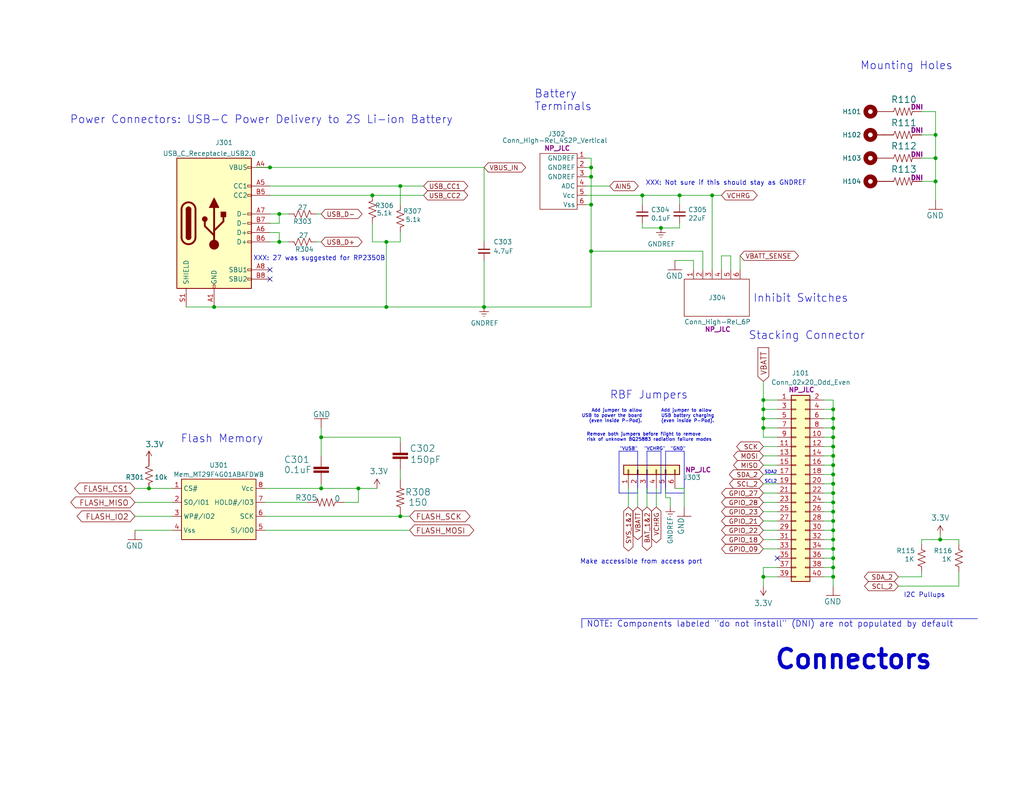
<source format=kicad_sch>
(kicad_sch (version 20231120) (generator "eeschema") (generator_version "8.0")
  (paper "USLetter")
  (title_block (title "Obi Wan Computer") (date "2024-06-07") (rev "1") (company "Ruchir Kavulli, Michael Lyle") (comment 1 "Derived from PyCubed Mainboard v5"))
  (lib_symbols
    (symbol "3.3V_1" (power) (pin_names (offset 1.016))
      (property "Value" "3.3V" (at -1.016 3.556 0))
      (symbol "3.3V_1_1_0"
        (polyline (pts (xy 0 2.54) (xy -0.762 1.27)))
        (polyline (pts (xy 0.762 1.27) (xy 0 2.54)))
        (pin power_in line (at 0 0 90) (length 2.54) (name "3.3V") (number "1"))
      )
    )
    (symbol "Connector:USB_C_Receptacle_USB2.0" (pin_names (offset 1.016))
      (property "Reference" "J" (at -10.16 19.05 0))
      (property "Value" "Connector_USB_C_Receptacle_USB2.0" (at 19.05 19.05 0))
      (symbol "USB_C_Receptacle_USB2.0_0_0"
        (rectangle (start -0.254 -17.78) (end 0.254 -16.764))
        (rectangle (start 10.16 -14.986) (end 9.144 -15.494))
        (rectangle (start 10.16 -12.446) (end 9.144 -12.954))
        (rectangle (start 10.16 -4.826) (end 9.144 -5.334))
        (rectangle (start 10.16 -2.286) (end 9.144 -2.794))
        (rectangle (start 10.16 0.254) (end 9.144 -0.254))
        (rectangle (start 10.16 2.794) (end 9.144 2.286))
        (rectangle (start 10.16 7.874) (end 9.144 7.366))
        (rectangle (start 10.16 10.414) (end 9.144 9.906))
        (rectangle (start 10.16 15.494) (end 9.144 14.986))
      )
      (symbol "USB_C_Receptacle_USB2.0_0_1"
        (rectangle (start -10.16 17.78) (end 10.16 -17.78) (stroke (width 0.254)) (fill (type background)))
        (arc (start -8.89 -3.81) (mid -6.985 -5.7067) (end -5.08 -3.81) (stroke (width 0.508)))
        (arc (start -7.62 -3.81) (mid -6.985 -4.4423) (end -6.35 -3.81) (stroke (width 0.254)))
        (arc (start -7.62 -3.81) (mid -6.985 -4.4423) (end -6.35 -3.81) (stroke (width 0.254)) (fill (type outline)))
        (rectangle (start -7.62 -3.81) (end -6.35 3.81) (stroke (width 0.254)) (fill (type outline)))
        (arc (start -6.35 3.81) (mid -6.985 4.4423) (end -7.62 3.81) (stroke (width 0.254)))
        (arc (start -6.35 3.81) (mid -6.985 4.4423) (end -7.62 3.81) (stroke (width 0.254)) (fill (type outline)))
        (arc (start -5.08 3.81) (mid -6.985 5.7067) (end -8.89 3.81) (stroke (width 0.508)))
        (circle (center -2.54 1.143) (radius 0.635) (stroke (width 0.254)) (fill (type outline)))
        (circle (center 0 -5.842) (radius 1.27) (fill (type outline)))
        (polyline (pts (xy -8.89 -3.81) (xy -8.89 3.81)) (stroke (width 0.508)))
        (polyline (pts (xy -5.08 3.81) (xy -5.08 -3.81)) (stroke (width 0.508)))
        (polyline (pts (xy 0 -5.842) (xy 0 4.318)) (stroke (width 0.508)))
        (polyline (pts (xy 0 -3.302) (xy -2.54 -0.762) (xy -2.54 0.508)) (stroke (width 0.508)))
        (polyline (pts (xy 0 -2.032) (xy 2.54 0.508) (xy 2.54 1.778)) (stroke (width 0.508)))
        (polyline (pts (xy -1.27 4.318) (xy 0 6.858) (xy 1.27 4.318) (xy -1.27 4.318)) (stroke (width 0.254)) (fill (type outline)))
        (rectangle (start 1.905 1.778) (end 3.175 3.048) (stroke (width 0.254)) (fill (type outline)))
      )
      (symbol "USB_C_Receptacle_USB2.0_1_1"
        (pin power_in line (at 0 -22.86 90) (length 5.08) (name "GND") (number "A1"))
        (pin passive line (at 0 -22.86 90) (length 5.08) hide (name "GND") (number "A12"))
        (pin power_in line (at 15.24 15.24 180) (length 5.08) (name "VBUS") (number "A4"))
        (pin bidirectional line (at 15.24 10.16 180) (length 5.08) (name "CC1") (number "A5"))
        (pin bidirectional line (at 15.24 -2.54 180) (length 5.08) (name "D+") (number "A6"))
        (pin bidirectional line (at 15.24 2.54 180) (length 5.08) (name "D-") (number "A7"))
        (pin bidirectional line (at 15.24 -12.7 180) (length 5.08) (name "SBU1") (number "A8"))
        (pin passive line (at 15.24 15.24 180) (length 5.08) hide (name "VBUS") (number "A9"))
        (pin passive line (at 0 -22.86 90) (length 5.08) hide (name "GND") (number "B1"))
        (pin passive line (at 0 -22.86 90) (length 5.08) hide (name "GND") (number "B12"))
        (pin passive line (at 15.24 15.24 180) (length 5.08) hide (name "VBUS") (number "B4"))
        (pin bidirectional line (at 15.24 7.62 180) (length 5.08) (name "CC2") (number "B5"))
        (pin bidirectional line (at 15.24 -5.08 180) (length 5.08) (name "D+") (number "B6"))
        (pin bidirectional line (at 15.24 0 180) (length 5.08) (name "D-") (number "B7"))
        (pin bidirectional line (at 15.24 -15.24 180) (length 5.08) (name "SBU2") (number "B8"))
        (pin passive line (at 15.24 15.24 180) (length 5.08) hide (name "VBUS") (number "B9"))
        (pin passive line (at -7.62 -22.86 90) (length 5.08) (name "SHIELD") (number "S1"))
      )
    )
    (symbol "Connector_Generic:Conn_01x06" (pin_names (offset 1.016) hide)
      (property "Reference" "J" (at 0 7.62 0))
      (property "Value" "Conn_01x06" (at 0 -10.16 0))
      (symbol "Conn_01x06_1_1"
        (rectangle (start -1.27 -7.493) (end 0 -7.747) (stroke (width 0.1524)))
        (rectangle (start -1.27 -4.953) (end 0 -5.207) (stroke (width 0.1524)))
        (rectangle (start -1.27 -2.413) (end 0 -2.667) (stroke (width 0.1524)))
        (rectangle (start -1.27 0.127) (end 0 -0.127) (stroke (width 0.1524)))
        (rectangle (start -1.27 2.667) (end 0 2.413) (stroke (width 0.1524)))
        (rectangle (start -1.27 5.207) (end 0 4.953) (stroke (width 0.1524)))
        (rectangle (start -1.27 6.35) (end 1.27 -8.89) (stroke (width 0.254)) (fill (type background)))
        (pin passive line (at -5.08 5.08 0) (length 3.81) (name "Pin_1") (number "1"))
        (pin passive line (at -5.08 2.54 0) (length 3.81) (name "Pin_2") (number "2"))
        (pin passive line (at -5.08 0 0) (length 3.81) (name "Pin_3") (number "3"))
        (pin passive line (at -5.08 -2.54 0) (length 3.81) (name "Pin_4") (number "4"))
        (pin passive line (at -5.08 -5.08 0) (length 3.81) (name "Pin_5") (number "5"))
        (pin passive line (at -5.08 -7.62 0) (length 3.81) (name "Pin_6") (number "6"))
      )
    )
    (symbol "Connector_Generic:Conn_02x20_Odd_Even" (pin_names (offset 1.016) hide)
      (property "Reference" "J" (at 1.27 25.4 0))
      (property "Value" "Conn_02x20_Odd_Even" (at 1.27 -27.94 0))
      (symbol "Conn_02x20_Odd_Even_1_1"
        (rectangle (start -1.27 -25.273) (end 0 -25.527) (stroke (width 0.1524)))
        (rectangle (start -1.27 -22.733) (end 0 -22.987) (stroke (width 0.1524)))
        (rectangle (start -1.27 -20.193) (end 0 -20.447) (stroke (width 0.1524)))
        (rectangle (start -1.27 -17.653) (end 0 -17.907) (stroke (width 0.1524)))
        (rectangle (start -1.27 -15.113) (end 0 -15.367) (stroke (width 0.1524)))
        (rectangle (start -1.27 -12.573) (end 0 -12.827) (stroke (width 0.1524)))
        (rectangle (start -1.27 -10.033) (end 0 -10.287) (stroke (width 0.1524)))
        (rectangle (start -1.27 -7.493) (end 0 -7.747) (stroke (width 0.1524)))
        (rectangle (start -1.27 -4.953) (end 0 -5.207) (stroke (width 0.1524)))
        (rectangle (start -1.27 -2.413) (end 0 -2.667) (stroke (width 0.1524)))
        (rectangle (start -1.27 0.127) (end 0 -0.127) (stroke (width 0.1524)))
        (rectangle (start -1.27 2.667) (end 0 2.413) (stroke (width 0.1524)))
        (rectangle (start -1.27 5.207) (end 0 4.953) (stroke (width 0.1524)))
        (rectangle (start -1.27 7.747) (end 0 7.493) (stroke (width 0.1524)))
        (rectangle (start -1.27 10.287) (end 0 10.033) (stroke (width 0.1524)))
        (rectangle (start -1.27 12.827) (end 0 12.573) (stroke (width 0.1524)))
        (rectangle (start -1.27 15.367) (end 0 15.113) (stroke (width 0.1524)))
        (rectangle (start -1.27 17.907) (end 0 17.653) (stroke (width 0.1524)))
        (rectangle (start -1.27 20.447) (end 0 20.193) (stroke (width 0.1524)))
        (rectangle (start -1.27 22.987) (end 0 22.733) (stroke (width 0.1524)))
        (rectangle (start -1.27 24.13) (end 3.81 -26.67) (stroke (width 0.254)) (fill (type background)))
        (rectangle (start 3.81 -25.273) (end 2.54 -25.527) (stroke (width 0.1524)))
        (rectangle (start 3.81 -22.733) (end 2.54 -22.987) (stroke (width 0.1524)))
        (rectangle (start 3.81 -20.193) (end 2.54 -20.447) (stroke (width 0.1524)))
        (rectangle (start 3.81 -17.653) (end 2.54 -17.907) (stroke (width 0.1524)))
        (rectangle (start 3.81 -15.113) (end 2.54 -15.367) (stroke (width 0.1524)))
        (rectangle (start 3.81 -12.573) (end 2.54 -12.827) (stroke (width 0.1524)))
        (rectangle (start 3.81 -10.033) (end 2.54 -10.287) (stroke (width 0.1524)))
        (rectangle (start 3.81 -7.493) (end 2.54 -7.747) (stroke (width 0.1524)))
        (rectangle (start 3.81 -4.953) (end 2.54 -5.207) (stroke (width 0.1524)))
        (rectangle (start 3.81 -2.413) (end 2.54 -2.667) (stroke (width 0.1524)))
        (rectangle (start 3.81 0.127) (end 2.54 -0.127) (stroke (width 0.1524)))
        (rectangle (start 3.81 2.667) (end 2.54 2.413) (stroke (width 0.1524)))
        (rectangle (start 3.81 5.207) (end 2.54 4.953) (stroke (width 0.1524)))
        (rectangle (start 3.81 7.747) (end 2.54 7.493) (stroke (width 0.1524)))
        (rectangle (start 3.81 10.287) (end 2.54 10.033) (stroke (width 0.1524)))
        (rectangle (start 3.81 12.827) (end 2.54 12.573) (stroke (width 0.1524)))
        (rectangle (start 3.81 15.367) (end 2.54 15.113) (stroke (width 0.1524)))
        (rectangle (start 3.81 17.907) (end 2.54 17.653) (stroke (width 0.1524)))
        (rectangle (start 3.81 20.447) (end 2.54 20.193) (stroke (width 0.1524)))
        (rectangle (start 3.81 22.987) (end 2.54 22.733) (stroke (width 0.1524)))
        (pin passive line (at -5.08 22.86 0) (length 3.81) (name "Pin_1") (number "1"))
        (pin passive line (at 7.62 12.7 180) (length 3.81) (name "Pin_10") (number "10"))
        (pin passive line (at -5.08 10.16 0) (length 3.81) (name "Pin_11") (number "11"))
        (pin passive line (at 7.62 10.16 180) (length 3.81) (name "Pin_12") (number "12"))
        (pin passive line (at -5.08 7.62 0) (length 3.81) (name "Pin_13") (number "13"))
        (pin passive line (at 7.62 7.62 180) (length 3.81) (name "Pin_14") (number "14"))
        (pin passive line (at -5.08 5.08 0) (length 3.81) (name "Pin_15") (number "15"))
        (pin passive line (at 7.62 5.08 180) (length 3.81) (name "Pin_16") (number "16"))
        (pin passive line (at -5.08 2.54 0) (length 3.81) (name "Pin_17") (number "17"))
        (pin passive line (at 7.62 2.54 180) (length 3.81) (name "Pin_18") (number "18"))
        (pin passive line (at -5.08 0 0) (length 3.81) (name "Pin_19") (number "19"))
        (pin passive line (at 7.62 22.86 180) (length 3.81) (name "Pin_2") (number "2"))
        (pin passive line (at 7.62 0 180) (length 3.81) (name "Pin_20") (number "20"))
        (pin passive line (at -5.08 -2.54 0) (length 3.81) (name "Pin_21") (number "21"))
        (pin passive line (at 7.62 -2.54 180) (length 3.81) (name "Pin_22") (number "22"))
        (pin passive line (at -5.08 -5.08 0) (length 3.81) (name "Pin_23") (number "23"))
        (pin passive line (at 7.62 -5.08 180) (length 3.81) (name "Pin_24") (number "24"))
        (pin passive line (at -5.08 -7.62 0) (length 3.81) (name "Pin_25") (number "25"))
        (pin passive line (at 7.62 -7.62 180) (length 3.81) (name "Pin_26") (number "26"))
        (pin passive line (at -5.08 -10.16 0) (length 3.81) (name "Pin_27") (number "27"))
        (pin passive line (at 7.62 -10.16 180) (length 3.81) (name "Pin_28") (number "28"))
        (pin passive line (at -5.08 -12.7 0) (length 3.81) (name "Pin_29") (number "29"))
        (pin passive line (at -5.08 20.32 0) (length 3.81) (name "Pin_3") (number "3"))
        (pin passive line (at 7.62 -12.7 180) (length 3.81) (name "Pin_30") (number "30"))
        (pin passive line (at -5.08 -15.24 0) (length 3.81) (name "Pin_31") (number "31"))
        (pin passive line (at 7.62 -15.24 180) (length 3.81) (name "Pin_32") (number "32"))
        (pin passive line (at -5.08 -17.78 0) (length 3.81) (name "Pin_33") (number "33"))
        (pin passive line (at 7.62 -17.78 180) (length 3.81) (name "Pin_34") (number "34"))
        (pin passive line (at -5.08 -20.32 0) (length 3.81) (name "Pin_35") (number "35"))
        (pin passive line (at 7.62 -20.32 180) (length 3.81) (name "Pin_36") (number "36"))
        (pin passive line (at -5.08 -22.86 0) (length 3.81) (name "Pin_37") (number "37"))
        (pin passive line (at 7.62 -22.86 180) (length 3.81) (name "Pin_38") (number "38"))
        (pin passive line (at -5.08 -25.4 0) (length 3.81) (name "Pin_39") (number "39"))
        (pin passive line (at 7.62 20.32 180) (length 3.81) (name "Pin_4") (number "4"))
        (pin passive line (at 7.62 -25.4 180) (length 3.81) (name "Pin_40") (number "40"))
        (pin passive line (at -5.08 17.78 0) (length 3.81) (name "Pin_5") (number "5"))
        (pin passive line (at 7.62 17.78 180) (length 3.81) (name "Pin_6") (number "6"))
        (pin passive line (at -5.08 15.24 0) (length 3.81) (name "Pin_7") (number "7"))
        (pin passive line (at 7.62 15.24 180) (length 3.81) (name "Pin_8") (number "8"))
        (pin passive line (at -5.08 12.7 0) (length 3.81) (name "Pin_9") (number "9"))
      )
    )
    (symbol "Device:C_Small" (pin_numbers hide) (pin_names (offset 0.254) hide)
      (property "Reference" "C" (at 0.254 1.778 0))
      (property "Value" "C_Small" (at 0.254 -2.032 0))
      (symbol "C_Small_0_1"
        (polyline (pts (xy -1.524 -0.508) (xy 1.524 -0.508)) (stroke (width 0.3302)))
        (polyline (pts (xy -1.524 0.508) (xy 1.524 0.508)) (stroke (width 0.3048)))
      )
      (symbol "C_Small_1_1"
        (pin passive line (at 0 2.54 270) (length 2.032) (name "~") (number "1"))
        (pin passive line (at 0 -2.54 90) (length 2.032) (name "~") (number "2"))
      )
    )
    (symbol "Device:R_US" (pin_numbers hide) (pin_names (offset 0))
      (property "Reference" "R" (at 2.54 0 90))
      (property "Value" "R_US" (at -2.54 0 90))
      (symbol "R_US_0_1"
        (polyline (pts (xy 0 -2.286) (xy 0 -2.54)))
        (polyline (pts (xy 0 2.286) (xy 0 2.54)))
        (polyline (pts (xy 0 -0.762) (xy 1.016 -1.143) (xy 0 -1.524) (xy -1.016 -1.905) (xy 0 -2.286)))
        (polyline (pts (xy 0 0.762) (xy 1.016 0.381) (xy 0 0) (xy -1.016 -0.381) (xy 0 -0.762)))
        (polyline (pts (xy 0 2.286) (xy 1.016 1.905) (xy 0 1.524) (xy -1.016 1.143) (xy 0 0.762)))
      )
      (symbol "R_US_1_1"
        (pin passive line (at 0 3.81 270) (length 1.27) (name "~") (number "1"))
        (pin passive line (at 0 -3.81 90) (length 1.27) (name "~") (number "2"))
      )
    )
    (symbol "Mechanical:MountingHole_Pad" (pin_numbers hide) (pin_names (offset 1.016) hide)
      (property "Reference" "H" (at 0 6.35 0))
      (property "Value" "MountingHole_Pad" (at 0 4.445 0))
      (symbol "MountingHole_Pad_0_1"
        (circle (center 0 1.27) (radius 1.27) (stroke (width 1.27)))
      )
      (symbol "MountingHole_Pad_1_1"
        (pin input line (at 0 -2.54 90) (length 2.54) (name "1") (number "1"))
      )
    )
    (symbol "SSE_Symbols:Conn_High-Rel_4S2P"
      (property "Reference" "J8" (at -2.54 11.43 0))
      (property "Value" "Conn_High-Rel_4S2P" (at -3.556 8.89 0))
      (symbol "Conn_High-Rel_4S2P_0_1"
        (rectangle (start -7.62 6.35) (end 2.54 -8.89))
      )
      (symbol "Conn_High-Rel_4S2P_1_1"
        (pin power_in line (at 5.08 5.08 180) (length 2.54) (name "GNDREF") (number "1"))
        (pin power_in line (at 5.08 2.54 180) (length 2.54) (name "GNDREF") (number "2"))
        (pin power_in line (at 5.08 0 180) (length 2.54) (name "GNDREF") (number "3"))
        (pin input line (at 5.08 -2.54 180) (length 2.54) (name "ADC") (number "4"))
        (pin power_in line (at 5.08 -5.08 180) (length 2.54) (name "Vcc") (number "5"))
        (pin power_in line (at 5.08 -7.62 180) (length 2.54) (name "Vss") (number "6"))
      )
    )
    (symbol "SSE_Symbols:Conn_High-Rel_6S"
      (property "Reference" "J" (at 0 0 0))
      (property "Value" "Conn_High-Rel_6S" (at -0.254 -20.828 0))
      (symbol "Conn_High-Rel_6S_0_1"
        (rectangle (start -6.35 -1.27) (end 3.81 -19.05))
      )
      (symbol "Conn_High-Rel_6S_1_1"
        (pin input line (at 6.35 -3.81 180) (length 2.54) (name "") (number "1"))
        (pin input line (at 6.35 -6.35 180) (length 2.54) (name "") (number "2"))
        (pin input line (at 6.35 -8.89 180) (length 2.54) (name "") (number "3"))
        (pin input line (at 6.35 -11.43 180) (length 2.54) (name "") (number "4"))
        (pin input line (at 6.35 -13.97 180) (length 2.54) (name "") (number "5"))
        (pin input line (at 6.35 -16.51 180) (length 2.54) (name "") (number "6"))
      )
    )
    (symbol "SSE_Symbols:Mem_MT29F4G01ABAFDWB"
      (property "Reference" "U" (at -1.27 10.16 0))
      (symbol "Mem_MT29F4G01ABAFDWB_0_1"
        (rectangle (start -10.16 8.89) (end 10.16 -7.62))
      )
      (symbol "Mem_MT29F4G01ABAFDWB_1_1"
        (text_box "" (at -10.16 8.89 0) (size 20.32 -16.51) (fill (type color) (color 255 255 194 1)) (effects (font (size 1.27 1.27)) (justify left top)))
        (pin input line (at -12.7 6.35 0) (length 2.54) (name "CS#") (number "1"))
        (pin bidirectional line (at -12.7 2.54 0) (length 2.54) (name "SO/IO1") (number "2"))
        (pin bidirectional line (at -12.7 -1.27 0) (length 2.54) (name "WP#/IO2") (number "3"))
        (pin power_in line (at -12.7 -5.08 0) (length 2.54) (name "Vss") (number "4"))
        (pin bidirectional line (at 12.7 -5.08 180) (length 2.54) (name "SI/IO0") (number "5"))
        (pin input line (at 12.7 -1.27 180) (length 2.54) (name "SCK") (number "6"))
        (pin bidirectional line (at 12.7 2.54 180) (length 2.54) (name "HOLD#/IO3") (number "7"))
        (pin power_in line (at 12.7 6.35 180) (length 2.54) (name "Vcc") (number "8"))
      )
    )
    (symbol "mainboard:2.2UF-0603-10V-20%" (pin_names (offset 1.016))
      (property "Reference" "C" (at 1.524 2.921 0))
      (property "Value" "2.2UF-0603-10V-20%" (at 1.524 -2.159 0))
      (symbol "2.2UF-0603-10V-20%_1_0"
        (rectangle (start -2.032 0.508) (end 2.032 1.016) (fill (type outline)))
        (rectangle (start -2.032 1.524) (end 2.032 2.032) (fill (type outline)))
        (polyline (pts (xy 0 0) (xy 0 0.508)))
        (polyline (pts (xy 0 2.54) (xy 0 2.032)))
        (pin passive line (at 0 5.08 270) (length 2.54) (name "1") (number "1"))
        (pin passive line (at 0 -2.54 90) (length 2.54) (name "2") (number "2"))
      )
    )
    (symbol "mainboard:3.3V" (power) (pin_names (offset 1.016))
      (property "Value" "3.3V" (at -1.016 3.556 0))
      (symbol "3.3V_1_0"
        (polyline (pts (xy 0 2.54) (xy -0.762 1.27)))
        (polyline (pts (xy 0.762 1.27) (xy 0 2.54)))
        (pin power_in line (at 0 0 90) (length 2.54) (name "3.3V") (number "1"))
      )
    )
    (symbol "mainboard:GND" (power) (pin_names (offset 1.016))
      (property "Value" "GND" (at -2.54 -2.54 0))
      (symbol "GND_1_0"
        (polyline (pts (xy -1.905 0) (xy 1.905 0)))
        (pin power_in line (at 0 2.54 270) (length 2.54) (name "GND") (number "1"))
      )
    )
    (symbol "mainboard:RESISTOR0603" (pin_names (offset 1.016))
      (property "Reference" "R" (at 0 1.524 0))
      (property "Value" "RESISTOR0603" (at 0 -1.524 0))
      (symbol "RESISTOR0603_1_0"
        (polyline (pts (xy -2.54 0) (xy -2.159 1.016)))
        (polyline (pts (xy -2.159 1.016) (xy -1.524 -1.016)))
        (polyline (pts (xy -1.524 -1.016) (xy -0.889 1.016)))
        (polyline (pts (xy -0.889 1.016) (xy -0.254 -1.016)))
        (polyline (pts (xy -0.254 -1.016) (xy 0.381 1.016)))
        (polyline (pts (xy 0.381 1.016) (xy 1.016 -1.016)))
        (polyline (pts (xy 1.016 -1.016) (xy 1.651 1.016)))
        (polyline (pts (xy 1.651 1.016) (xy 2.286 -1.016)))
        (polyline (pts (xy 2.286 -1.016) (xy 2.54 0)))
        (pin passive line (at -5.08 0 0) (length 2.54) (name "1") (number "1"))
        (pin passive line (at 5.08 0 180) (length 2.54) (name "2") (number "2"))
      )
    )
    (symbol "power:GNDREF" (power) (pin_names (offset 0))
      (property "Value" "GNDREF" (at 0 -3.81 0))
      (symbol "GNDREF_0_1"
        (polyline (pts (xy -0.635 -1.905) (xy 0.635 -1.905)))
        (polyline (pts (xy -0.127 -2.54) (xy 0.127 -2.54)))
        (polyline (pts (xy 0 -1.27) (xy 0 0)))
        (polyline (pts (xy 1.27 -1.27) (xy -1.27 -1.27)))
      )
      (symbol "GNDREF_1_1"
        (pin power_in line (at 0 0 270) (length 0) hide (name "GNDREF") (number "1"))
      )
    )
  )
  (junction (at 227.33 127))
  (junction (at 227.33 114.3))
  (junction (at 255.27 43.18))
  (junction (at 73.66 45.72))
  (junction (at 208.28 111.76))
  (junction (at 256.54 147.32))
  (junction (at 255.27 49.53))
  (junction (at 227.33 157.48))
  (junction (at 40.64 133.35))
  (junction (at 208.28 157.48))
  (junction (at 58.42 83.82))
  (junction (at 161.29 68.58))
  (junction (at 185.42 53.34))
  (junction (at 227.33 116.84))
  (junction (at 105.41 83.82))
  (junction (at 255.27 36.83))
  (junction (at 76.2 58.42))
  (junction (at 227.33 152.4))
  (junction (at 227.33 129.54))
  (junction (at 208.28 109.22))
  (junction (at 105.41 66.04))
  (junction (at 76.2 66.04))
  (junction (at 227.33 111.76))
  (junction (at 194.31 53.34))
  (junction (at 227.33 139.7))
  (junction (at 180.34 62.23))
  (junction (at 109.22 140.97))
  (junction (at 227.33 119.38))
  (junction (at 208.28 114.3))
  (junction (at 227.33 142.24))
  (junction (at 227.33 121.92))
  (junction (at 97.79 133.35))
  (junction (at 227.33 147.32))
  (junction (at 208.28 116.84))
  (junction (at 161.29 55.88))
  (junction (at 87.63 119.38))
  (junction (at 161.29 48.26))
  (junction (at 227.33 132.08))
  (junction (at 227.33 137.16))
  (junction (at 109.22 50.8))
  (junction (at 175.26 53.34))
  (junction (at 87.63 133.35))
  (junction (at 227.33 154.94))
  (junction (at 227.33 149.86))
  (junction (at 227.33 144.78))
  (junction (at 161.29 45.72))
  (junction (at 132.08 83.82))
  (junction (at 227.33 134.62))
  (junction (at 227.33 124.46))
  (junction (at 101.6 53.34))
  (no_connect (at 212.09 152.4))
  (no_connect (at 73.66 73.66))
  (no_connect (at 73.66 76.2))
  (wire (pts (xy 97.79 133.35) (xy 102.87 133.35)))
  (polyline (pts (xy 173.99 123.19) (xy 168.91 123.19)))
  (polyline (pts (xy 186.69 134.62) (xy 186.69 123.19)))
  (wire (pts (xy 101.6 66.04) (xy 101.6 60.96)))
  (wire (pts (xy 208.28 142.24) (xy 212.09 142.24)))
  (wire (pts (xy 181.61 135.89) (xy 182.88 135.89)))
  (wire (pts (xy 255.27 30.48) (xy 251.46 30.48)))
  (polyline (pts (xy 168.91 123.19) (xy 168.91 134.62)))
  (wire (pts (xy 69.85 45.72) (xy 73.66 45.72)))
  (wire (pts (xy 224.79 116.84) (xy 227.33 116.84)))
  (wire (pts (xy 256.54 146.05) (xy 256.54 147.32)))
  (polyline (pts (xy 176.53 134.62) (xy 176.53 123.19)))
  (wire (pts (xy 161.29 43.18) (xy 161.29 45.72)))
  (polyline (pts (xy 168.91 134.62) (xy 173.99 134.62)))
  (wire (pts (xy 227.33 132.08) (xy 227.33 134.62)))
  (wire (pts (xy 227.33 154.94) (xy 227.33 157.48)))
  (wire (pts (xy 101.6 53.34) (xy 115.57 53.34)))
  (wire (pts (xy 224.79 154.94) (xy 227.33 154.94)))
  (wire (pts (xy 208.28 132.08) (xy 212.09 132.08)))
  (wire (pts (xy 86.36 58.42) (xy 87.63 58.42)))
  (wire (pts (xy 224.79 114.3) (xy 227.33 114.3)))
  (wire (pts (xy 208.28 104.14) (xy 208.28 109.22)))
  (wire (pts (xy 176.53 133.35) (xy 176.53 138.43)))
  (wire (pts (xy 224.79 147.32) (xy 227.33 147.32)))
  (wire (pts (xy 251.46 156.21) (xy 251.46 157.48)))
  (wire (pts (xy 255.27 49.53) (xy 255.27 43.18)))
  (wire (pts (xy 179.07 138.43) (xy 179.07 133.35)))
  (wire (pts (xy 224.79 142.24) (xy 227.33 142.24)))
  (polyline (pts (xy 176.53 123.19) (xy 180.34 123.19)))
  (wire (pts (xy 73.66 53.34) (xy 101.6 53.34)))
  (wire (pts (xy 58.42 83.82) (xy 105.41 83.82)))
  (wire (pts (xy 101.6 66.04) (xy 105.41 66.04)))
  (wire (pts (xy 185.42 55.88) (xy 185.42 53.34)))
  (wire (pts (xy 261.62 160.02) (xy 245.11 160.02)))
  (wire (pts (xy 72.39 133.35) (xy 87.63 133.35)))
  (wire (pts (xy 72.39 144.78) (xy 111.76 144.78)))
  (wire (pts (xy 212.09 154.94) (xy 208.28 154.94)))
  (wire (pts (xy 224.79 149.86) (xy 227.33 149.86)))
  (wire (pts (xy 97.79 137.16) (xy 97.79 133.35)))
  (wire (pts (xy 73.66 58.42) (xy 76.2 58.42)))
  (wire (pts (xy 255.27 43.18) (xy 255.27 36.83)))
  (wire (pts (xy 161.29 45.72) (xy 161.29 48.26)))
  (wire (pts (xy 208.28 147.32) (xy 212.09 147.32)))
  (wire (pts (xy 224.79 152.4) (xy 227.33 152.4)))
  (wire (pts (xy 224.79 121.92) (xy 227.33 121.92)))
  (polyline (pts (xy 158.75 168.91) (xy 266.7 168.91)))
  (wire (pts (xy 251.46 147.32) (xy 256.54 147.32)))
  (wire (pts (xy 261.62 156.21) (xy 261.62 160.02)))
  (wire (pts (xy 251.46 148.59) (xy 251.46 147.32)))
  (wire (pts (xy 227.33 116.84) (xy 227.33 119.38)))
  (wire (pts (xy 181.61 133.35) (xy 181.61 135.89)))
  (wire (pts (xy 208.28 139.7) (xy 212.09 139.7)))
  (wire (pts (xy 76.2 66.04) (xy 78.74 66.04)))
  (wire (pts (xy 256.54 147.32) (xy 261.62 147.32)))
  (wire (pts (xy 227.33 109.22) (xy 227.33 111.76)))
  (wire (pts (xy 251.46 157.48) (xy 245.11 157.48)))
  (wire (pts (xy 227.33 121.92) (xy 227.33 124.46)))
  (wire (pts (xy 73.66 66.04) (xy 76.2 66.04)))
  (polyline (pts (xy 180.34 123.19) (xy 180.34 134.62)))
  (wire (pts (xy 199.39 73.66) (xy 199.39 69.85)))
  (wire (pts (xy 161.29 83.82) (xy 132.08 83.82)))
  (wire (pts (xy 227.33 144.78) (xy 227.33 147.32)))
  (wire (pts (xy 208.28 116.84) (xy 212.09 116.84)))
  (wire (pts (xy 171.45 133.35) (xy 171.45 138.43)))
  (wire (pts (xy 161.29 68.58) (xy 191.77 68.58)))
  (wire (pts (xy 160.02 45.72) (xy 161.29 45.72)))
  (wire (pts (xy 132.08 71.12) (xy 132.08 83.82)))
  (wire (pts (xy 194.31 53.34) (xy 196.85 53.34)))
  (wire (pts (xy 175.26 62.23) (xy 180.34 62.23)))
  (wire (pts (xy 224.79 134.62) (xy 227.33 134.62)))
  (wire (pts (xy 224.79 144.78) (xy 227.33 144.78)))
  (wire (pts (xy 76.2 58.42) (xy 78.74 58.42)))
  (wire (pts (xy 208.28 149.86) (xy 212.09 149.86)))
  (wire (pts (xy 208.28 111.76) (xy 212.09 111.76)))
  (wire (pts (xy 76.2 63.5) (xy 73.66 63.5)))
  (wire (pts (xy 36.83 133.35) (xy 40.64 133.35)))
  (wire (pts (xy 180.34 62.23) (xy 185.42 62.23)))
  (wire (pts (xy 185.42 53.34) (xy 194.31 53.34)))
  (wire (pts (xy 208.28 114.3) (xy 208.28 116.84)))
  (wire (pts (xy 194.31 53.34) (xy 194.31 73.66)))
  (wire (pts (xy 76.2 58.42) (xy 76.2 60.96)))
  (wire (pts (xy 72.39 140.97) (xy 109.22 140.97)))
  (wire (pts (xy 36.83 137.16) (xy 46.99 137.16)))
  (wire (pts (xy 208.28 129.54) (xy 212.09 129.54)))
  (wire (pts (xy 175.26 62.23) (xy 175.26 60.96)))
  (wire (pts (xy 227.33 129.54) (xy 227.33 132.08)))
  (wire (pts (xy 109.22 120.65) (xy 109.22 119.38)))
  (wire (pts (xy 251.46 36.83) (xy 255.27 36.83)))
  (wire (pts (xy 175.26 53.34) (xy 185.42 53.34)))
  (wire (pts (xy 86.36 66.04) (xy 87.63 66.04)))
  (wire (pts (xy 109.22 119.38) (xy 87.63 119.38)))
  (wire (pts (xy 175.26 55.88) (xy 175.26 53.34)))
  (wire (pts (xy 132.08 45.72) (xy 73.66 45.72)))
  (wire (pts (xy 224.79 124.46) (xy 227.33 124.46)))
  (wire (pts (xy 199.39 69.85) (xy 196.85 69.85)))
  (wire (pts (xy 109.22 50.8) (xy 115.57 50.8)))
  (wire (pts (xy 208.28 109.22) (xy 208.28 111.76)))
  (wire (pts (xy 261.62 147.32) (xy 261.62 148.59)))
  (wire (pts (xy 87.63 116.84) (xy 87.63 119.38)))
  (wire (pts (xy 191.77 73.66) (xy 191.77 68.58)))
  (wire (pts (xy 255.27 36.83) (xy 255.27 30.48)))
  (wire (pts (xy 105.41 66.04) (xy 105.41 83.82)))
  (wire (pts (xy 185.42 62.23) (xy 185.42 60.96)))
  (wire (pts (xy 227.33 137.16) (xy 227.33 139.7)))
  (wire (pts (xy 160.02 43.18) (xy 161.29 43.18)))
  (wire (pts (xy 109.22 55.88) (xy 109.22 50.8)))
  (wire (pts (xy 224.79 129.54) (xy 227.33 129.54)))
  (wire (pts (xy 224.79 111.76) (xy 227.33 111.76)))
  (wire (pts (xy 251.46 49.53) (xy 255.27 49.53)))
  (wire (pts (xy 208.28 114.3) (xy 212.09 114.3)))
  (wire (pts (xy 208.28 121.92) (xy 212.09 121.92)))
  (wire (pts (xy 161.29 68.58) (xy 161.29 83.82)))
  (wire (pts (xy 184.15 133.35) (xy 186.69 133.35)))
  (wire (pts (xy 224.79 109.22) (xy 227.33 109.22)))
  (wire (pts (xy 87.63 119.38) (xy 87.63 124.46)))
  (wire (pts (xy 160.02 53.34) (xy 175.26 53.34)))
  (wire (pts (xy 224.79 137.16) (xy 227.33 137.16)))
  (wire (pts (xy 87.63 132.08) (xy 87.63 133.35)))
  (wire (pts (xy 208.28 109.22) (xy 212.09 109.22)))
  (polyline (pts (xy 180.34 134.62) (xy 176.53 134.62)))
  (wire (pts (xy 208.28 157.48) (xy 208.28 160.02)))
  (wire (pts (xy 208.28 111.76) (xy 208.28 114.3)))
  (polyline (pts (xy 158.75 171.45) (xy 158.75 168.91)))
  (wire (pts (xy 173.99 138.43) (xy 173.99 133.35)))
  (wire (pts (xy 105.41 66.04) (xy 109.22 66.04)))
  (wire (pts (xy 212.09 157.48) (xy 208.28 157.48)))
  (wire (pts (xy 227.33 147.32) (xy 227.33 149.86)))
  (wire (pts (xy 208.28 124.46) (xy 212.09 124.46)))
  (wire (pts (xy 72.39 137.16) (xy 83.82 137.16)))
  (wire (pts (xy 189.23 71.12) (xy 189.23 73.66)))
  (wire (pts (xy 208.28 134.62) (xy 212.09 134.62)))
  (wire (pts (xy 255.27 54.61) (xy 255.27 49.53)))
  (wire (pts (xy 36.83 140.97) (xy 46.99 140.97)))
  (wire (pts (xy 227.33 157.48) (xy 227.33 160.02)))
  (wire (pts (xy 36.83 144.78) (xy 46.99 144.78)))
  (wire (pts (xy 132.08 45.72) (xy 132.08 66.04)))
  (wire (pts (xy 160.02 55.88) (xy 161.29 55.88)))
  (wire (pts (xy 160.02 50.8) (xy 166.37 50.8)))
  (wire (pts (xy 109.22 140.97) (xy 111.76 140.97)))
  (wire (pts (xy 224.79 119.38) (xy 227.33 119.38)))
  (wire (pts (xy 227.33 134.62) (xy 227.33 137.16)))
  (wire (pts (xy 227.33 142.24) (xy 227.33 144.78)))
  (wire (pts (xy 208.28 137.16) (xy 212.09 137.16)))
  (wire (pts (xy 73.66 50.8) (xy 109.22 50.8)))
  (wire (pts (xy 105.41 83.82) (xy 132.08 83.82)))
  (wire (pts (xy 227.33 111.76) (xy 227.33 114.3)))
  (wire (pts (xy 227.33 127) (xy 227.33 129.54)))
  (wire (pts (xy 224.79 157.48) (xy 227.33 157.48)))
  (wire (pts (xy 161.29 48.26) (xy 161.29 55.88)))
  (wire (pts (xy 208.28 119.38) (xy 212.09 119.38)))
  (wire (pts (xy 201.93 73.66) (xy 201.93 69.85)))
  (wire (pts (xy 208.28 144.78) (xy 212.09 144.78)))
  (wire (pts (xy 196.85 69.85) (xy 196.85 73.66)))
  (wire (pts (xy 93.98 137.16) (xy 97.79 137.16)))
  (wire (pts (xy 224.79 139.7) (xy 227.33 139.7)))
  (wire (pts (xy 227.33 139.7) (xy 227.33 142.24)))
  (wire (pts (xy 76.2 66.04) (xy 76.2 63.5)))
  (wire (pts (xy 227.33 152.4) (xy 227.33 154.94)))
  (polyline (pts (xy 181.61 123.19) (xy 181.61 134.62)))
  (wire (pts (xy 76.2 60.96) (xy 73.66 60.96)))
  (wire (pts (xy 208.28 127) (xy 212.09 127)))
  (wire (pts (xy 161.29 55.88) (xy 161.29 68.58)))
  (wire (pts (xy 251.46 43.18) (xy 255.27 43.18)))
  (wire (pts (xy 109.22 66.04) (xy 109.22 63.5)))
  (wire (pts (xy 227.33 124.46) (xy 227.33 127)))
  (polyline (pts (xy 186.69 123.19) (xy 181.61 123.19)))
  (polyline (pts (xy 173.99 134.62) (xy 173.99 123.19)))
  (wire (pts (xy 208.28 116.84) (xy 208.28 119.38)))
  (wire (pts (xy 182.88 135.89) (xy 182.88 138.43)))
  (wire (pts (xy 50.8 83.82) (xy 58.42 83.82)))
  (wire (pts (xy 227.33 119.38) (xy 227.33 121.92)))
  (polyline (pts (xy 186.69 134.62) (xy 181.61 134.62)))
  (wire (pts (xy 227.33 114.3) (xy 227.33 116.84)))
  (wire (pts (xy 40.64 133.35) (xy 46.99 133.35)))
  (wire (pts (xy 87.63 133.35) (xy 97.79 133.35)))
  (wire (pts (xy 224.79 127) (xy 227.33 127)))
  (wire (pts (xy 109.22 128.27) (xy 109.22 130.81)))
  (wire (pts (xy 227.33 149.86) (xy 227.33 152.4)))
  (wire (pts (xy 184.15 71.12) (xy 189.23 71.12)))
  (wire (pts (xy 186.69 133.35) (xy 186.69 138.43)))
  (wire (pts (xy 161.29 48.26) (xy 160.02 48.26)))
  (wire (pts (xy 224.79 132.08) (xy 227.33 132.08)))
  (wire (pts (xy 208.28 154.94) (xy 208.28 157.48)))
  (text "NOTE: Components labeled \"do not install\" (DNI) are not populated by default" (at 160.02 171.45 0) (effects (font (size 1.651 1.651)) (justify left bottom)))
  (text "XXX: Not sure if this should stay as GNDREF" (at 198.12 50.038 0) (effects (font (size 1.27 1.27))))
  (text "Add jumper to allow\nUSB battery charging\n(even inside P-Pod).\n" (at 180.34 115.57 0) (effects (font (size 0.889 0.889)) (justify left bottom)))
  (text "Remove both jumpers before flight to remove\nrisk of unknown BQ25883 radiation failure modes\n" (at 160.02 120.65 0) (effects (font (size 0.889 0.889)) (justify left bottom)))
  (text "SCL2" (at 210.312 131.572 0) (effects (font (size 0.889 0.889))))
  (text "Connectors" (at 211.074 183.134 0) (effects (font (size 5.08 5.08) (thickness 1.016) (bold yes)) (justify left bottom)))
  (text "Flash Memory" (at 49.276 121.158 0) (effects (font (size 2.159 2.159)) (justify left bottom)))
  (text "XXX: 27 was suggested for RP2350B" (at 87.122 70.612 0) (effects (font (size 1.27 1.27))))
  (text "Battery\nTerminals" (at 145.796 30.48 0) (effects (font (size 2.159 2.159)) (justify left bottom)))
  (text "\"VCHRG\"" (at 181.61 123.19 0) (effects (font (size 0.889 0.889)) (justify right bottom)))
  (text "Stacking Connector" (at 204.216 92.964 0) (effects (font (size 2.159 2.159)) (justify left bottom)))
  (text "Mounting Holes" (at 234.696 19.304 0) (effects (font (size 2.159 2.159)) (justify left bottom)))
  (text "I2C Pullups" (at 252.222 162.56 0) (effects (font (size 1.27 1.27))))
  (text "SDA2" (at 210.312 129.032 0) (effects (font (size 0.889 0.889))))
  (text "Make accessible from access port" (at 158.242 154.178 0) (effects (font (size 1.27 1.27)) (justify left bottom)))
  (text "RBF Jumpers" (at 166.37 109.22 0) (effects (font (size 2.159 2.159)) (justify left bottom)))
  (text "Power Connectors: USB-C Power Delivery to 2S Li-ion Battery" (at 19.05 34.036 0) (effects (font (size 2.159 2.159)) (justify left bottom)))
  (text "\"GND\"" (at 182.88 123.19 0) (effects (font (size 0.889 0.889)) (justify left bottom)))
  (text "Inhibit Switches" (at 205.486 82.804 0) (effects (font (size 2.159 2.159)) (justify left bottom)))
  (text "Add jumper to allow\nUSB to power the board\n(even inside P-Pod).\n" (at 175.26 115.57 0) (effects (font (size 0.889 0.889)) (justify right bottom)))
  (text "\"VUSB\"" (at 173.99 123.19 0) (effects (font (size 0.889 0.889)) (justify right bottom)))
  (global_label "BAT_1&2" (shape bidirectional) (at 176.53 138.43 270) (property "Intersheetrefs" "${INTERSHEET_REFS}" (effects (hide yes))))
  (global_label "MISO" (shape bidirectional) (at 208.28 127 180) (property "Intersheetrefs" "${INTERSHEET_REFS}" (effects (hide yes))))
  (global_label "SCL_2" (shape bidirectional) (at 208.28 132.08 180) (property "Intersheetrefs" "${INTERSHEET_REFS}" (effects (hide yes))))
  (global_label "VCHRG" (shape bidirectional) (at 179.07 138.43 270) (property "Intersheetrefs" "${INTERSHEET_REFS}" (effects (hide yes))))
  (global_label "USB_D-" (shape bidirectional) (at 87.63 58.42 0) (property "Intersheetrefs" "${INTERSHEET_REFS}" (effects (hide yes))))
  (global_label "VBUS_IN" (shape bidirectional) (at 132.08 45.72 0) (property "Intersheetrefs" "${INTERSHEET_REFS}" (effects (hide yes))))
  (global_label "GPIO_23" (shape bidirectional) (at 208.28 139.7 180) (property "Intersheetrefs" "${INTERSHEET_REFS}" (effects (hide yes))))
  (global_label "SYS_1&2" (shape bidirectional) (at 171.45 138.43 270) (property "Intersheetrefs" "${INTERSHEET_REFS}" (effects (hide yes))))
  (global_label "FLASH_CS1" (shape bidirectional) (at 36.83 133.35 180) (effects (font (size 1.4986 1.4986))) (property "Intersheetrefs" "${INTERSHEET_REFS}" (effects (hide yes))))
  (global_label "FLASH_MISO" (shape bidirectional) (at 36.83 137.16 180) (effects (font (size 1.4986 1.4986))) (property "Intersheetrefs" "${INTERSHEET_REFS}" (effects (hide yes))))
  (global_label "GPIO_18" (shape bidirectional) (at 208.28 147.32 180) (property "Intersheetrefs" "${INTERSHEET_REFS}" (effects (hide yes))))
  (global_label "AIN5" (shape bidirectional) (at 166.37 50.8 0) (property "Intersheetrefs" "${INTERSHEET_REFS}" (effects (hide yes))))
  (global_label "GPIO_27" (shape bidirectional) (at 208.28 134.62 180) (property "Intersheetrefs" "${INTERSHEET_REFS}" (effects (hide yes))))
  (global_label "GPIO_22" (shape bidirectional) (at 208.28 144.78 180) (property "Intersheetrefs" "${INTERSHEET_REFS}" (effects (hide yes))))
  (global_label "SDA_2" (shape bidirectional) (at 245.11 157.48 180) (property "Intersheetrefs" "${INTERSHEET_REFS}" (effects (hide yes))))
  (global_label "GPIO_21" (shape bidirectional) (at 208.28 142.24 180) (property "Intersheetrefs" "${INTERSHEET_REFS}" (effects (hide yes))))
  (global_label "FLASH_SCK" (shape bidirectional) (at 111.76 140.97 0) (effects (font (size 1.4986 1.4986))) (property "Intersheetrefs" "${INTERSHEET_REFS}" (effects (hide yes))))
  (global_label "VBATT_SENSE" (shape bidirectional) (at 201.93 69.85 0) (property "Intersheetrefs" "${INTERSHEET_REFS}" (effects (hide yes))))
  (global_label "MOSI" (shape bidirectional) (at 208.28 124.46 180) (property "Intersheetrefs" "${INTERSHEET_REFS}" (effects (hide yes))))
  (global_label "GPIO_28" (shape bidirectional) (at 208.28 137.16 180) (property "Intersheetrefs" "${INTERSHEET_REFS}" (effects (hide yes))))
  (global_label "VBATT" (shape input) (at 208.28 104.14 90) (effects (font (size 1.4986 1.4986))) (property "Intersheetrefs" "${INTERSHEET_REFS}" (effects (hide yes))))
  (global_label "GPIO_09" (shape bidirectional) (at 208.28 149.86 180) (property "Intersheetrefs" "${INTERSHEET_REFS}" (effects (hide yes))))
  (global_label "USB_CC1" (shape bidirectional) (at 115.57 50.8 0) (property "Intersheetrefs" "${INTERSHEET_REFS}" (effects (hide yes))))
  (global_label "USB_D+" (shape bidirectional) (at 87.63 66.04 0) (property "Intersheetrefs" "${INTERSHEET_REFS}" (effects (hide yes))))
  (global_label "SCK" (shape bidirectional) (at 208.28 121.92 180) (property "Intersheetrefs" "${INTERSHEET_REFS}" (effects (hide yes))))
  (global_label "USB_CC2" (shape bidirectional) (at 115.57 53.34 0) (property "Intersheetrefs" "${INTERSHEET_REFS}" (effects (hide yes))))
  (global_label "FLASH_MOSI" (shape bidirectional) (at 111.76 144.78 0) (effects (font (size 1.4986 1.4986))) (property "Intersheetrefs" "${INTERSHEET_REFS}" (effects (hide yes))))
  (global_label "SCL_2" (shape bidirectional) (at 245.11 160.02 180) (property "Intersheetrefs" "${INTERSHEET_REFS}" (effects (hide yes))))
  (global_label "VCHRG" (shape bidirectional) (at 196.85 53.34 0) (property "Intersheetrefs" "${INTERSHEET_REFS}" (effects (hide yes))))
  (global_label "SDA_2" (shape bidirectional) (at 208.28 129.54 180) (property "Intersheetrefs" "${INTERSHEET_REFS}" (effects (hide yes))))
  (global_label "FLASH_IO2" (shape bidirectional) (at 36.83 140.97 180) (effects (font (size 1.4986 1.4986))) (property "Intersheetrefs" "${INTERSHEET_REFS}" (effects (hide yes))))
  (global_label "VBATT" (shape bidirectional) (at 173.99 138.43 270) (property "Intersheetrefs" "${INTERSHEET_REFS}" (effects (hide yes))))
  (symbol (lib_id "mainboard:GND") (at 36.83 147.32 0) (unit 1)
    (property "Reference" "#GND0301" (effects (hide yes)))
    (property "Value" "GND" (at 34.29 149.86 0) (effects (font (size 1.4986 1.4986)) (justify left bottom)))
  )
  (symbol (lib_id "mainboard:2.2UF-0603-10V-20%") (at 87.63 127 180) (unit 1)
    (property "Reference" "C301" (at 84.582 124.46 0) (effects (font (size 1.778 1.778)) (justify left bottom)))
    (property "Value" "0.1uF" (at 85.09 127.254 0) (effects (font (size 1.778 1.778)) (justify left bottom)))
    (property "Footprint" "Capacitor_SMD:C_0603_1608Metric" (effects (hide yes)))
    (property "Description" "50V 100nF X7R ±10% 0603" (effects (hide yes)))
    (property "LCSC" "C1591" (effects (hide yes)))
    (property "Manufacturer_Name" " Samsung Electro-Mechanics" (effects (hide yes)))
    (property "Manufacturer_Part_Number" " CL10B104KB8NNNC" (effects (hide yes)))
  )
  (symbol (lib_id "mainboard:GND") (at 87.63 114.3 180) (unit 1)
    (property "Reference" "#GND0303" (effects (hide yes)))
    (property "Value" "GND" (at 90.17 112.268 0) (effects (font (size 1.4986 1.4986)) (justify left bottom)))
  )
  (symbol (lib_id "Connector:USB_C_Receptacle_USB2.0") (at 58.42 60.96 0) (unit 1)
    (property "Reference" "J301" (at 61.1378 38.9382 0))
    (property "Value" "USB_C_Receptacle_USB2.0" (at 57.15 41.91 0))
    (property "Footprint" "Connector_USB:USB_C_Receptacle_G-Switch_GT-USB-7010ASV" (effects (hide yes)))
    (property "Datasheet" "https://www.dg-conn.com/uploads/soft/190828/GT-USB-7010X.pdf" (effects (hide yes)))
    (property "Description" "USB 2.0 3A 1 260℃ Surface Mount，Right Angle" (effects (hide yes)))
    (property "Flight" "U262-161N-4BVC11" (effects (hide yes)))
    (property "Manufacturer_Name" " G-Switch" (effects (hide yes)))
    (property "Manufacturer_Part_Number" " GT-USB-7010ASV" (effects (hide yes)))
    (property "Proto" "U262-161N-4BVC11" (effects (hide yes)))
    (property "LCSC" "C2988369" (effects (hide yes)))
  )
  (symbol (lib_id "Device:C_Small") (at 175.26 58.42 0) (unit 1)
    (property "Reference" "C304" (at 177.5968 57.2516 0) (effects (justify left)))
    (property "Value" "0.1uF" (at 177.5968 59.563 0) (effects (justify left)))
    (property "Footprint" "Capacitor_SMD:C_0603_1608Metric" (effects (hide yes)))
    (property "Description" "50V 100nF X7R ±10% 0603" (effects (hide yes)))
    (property "LCSC" "C1591" (effects (hide yes)))
    (property "Manufacturer_Name" " Samsung Electro-Mechanics" (effects (hide yes)))
    (property "Manufacturer_Part_Number" " CL10B104KB8NNNC" (effects (hide yes)))
  )
  (symbol (lib_id "Device:C_Small") (at 185.42 58.42 0) (unit 1)
    (property "Reference" "C305" (at 187.7568 57.2516 0) (effects (justify left)))
    (property "Value" "22uF" (at 187.7568 59.563 0) (effects (justify left)))
    (property "Footprint" "Capacitor_SMD:C_0603_1608Metric" (effects (hide yes)))
    (property "Description" "10V 22uF X5R ±20% 0603" (effects (hide yes)))
    (property "LCSC" "C84419" (effects (hide yes)))
    (property "Manufacturer_Name" " Murata Electronics" (effects (hide yes)))
    (property "Manufacturer_Part_Number" " GRM188R61A226ME15D" (effects (hide yes)))
    (property "Notes" "10V ok?" (effects (hide yes)))
  )
  (symbol (lib_id "Device:R_US") (at 40.64 129.54 0) (mirror x) (unit 1)
    (property "Reference" "R301" (at 36.83 130.302 0))
    (property "Value" "10k" (at 43.942 130.302 0))
    (property "Footprint" "Resistor_SMD:R_0603_1608Metric" (effects (hide yes)))
    (property "Description" "10k 0603" (effects (hide yes)))
    (property "LCSC" "C169849" (effects (hide yes)))
    (property "Manufacturer_Name" "PANASONIC" (effects (hide yes)))
    (property "Manufacturer_Part_Number" "ERJ3GEYJ103V" (effects (hide yes)))
  )
  (symbol (lib_id "mainboard:3.3V") (at 40.64 125.73 0) (unit 1)
    (property "Reference" "#SUPPLY0301" (effects (hide yes)))
    (property "Value" "3.3V" (at 39.624 122.174 0) (effects (font (size 1.4986 1.4986)) (justify left bottom)))
  )
  (symbol (lib_id "Device:R_US") (at 109.22 59.69 0) (mirror x) (unit 1)
    (property "Reference" "R307" (at 112.522 57.658 0))
    (property "Value" "5.1k" (at 112.776 59.944 0))
    (property "Footprint" "Resistor_SMD:R_0603_1608Metric" (effects (hide yes)))
    (property "Description" "5.1k 0603" (effects (hide yes)))
    (property "LCSC" "C105580" (effects (hide yes)))
    (property "Manufacturer_Name" " YAGEO" (effects (hide yes)))
    (property "Manufacturer_Part_Number" " RC0603FR-075K1L" (effects (hide yes)))
  )
  (symbol (lib_id "Device:R_US") (at 101.6 57.15 0) (mirror x) (unit 1)
    (property "Reference" "R306" (at 104.902 56.134 0))
    (property "Value" "5.1k" (at 104.902 58.166 0))
    (property "Footprint" "Resistor_SMD:R_0603_1608Metric" (effects (hide yes)))
    (property "Description" "5.1k 0603" (effects (hide yes)))
    (property "LCSC" "C105580" (effects (hide yes)))
    (property "Manufacturer_Name" " YAGEO" (effects (hide yes)))
    (property "Manufacturer_Part_Number" " RC0603FR-075K1L" (effects (hide yes)))
  )
  (symbol (lib_id "Device:C_Small") (at 132.08 68.58 0) (unit 1)
    (property "Reference" "C303" (at 134.62 66.04 0) (effects (justify left)))
    (property "Value" "4.7uF" (at 134.62 68.58 0) (effects (justify left)))
    (property "Footprint" "Capacitor_SMD:C_0603_1608Metric" (effects (hide yes)))
    (property "Description" "10V 4.7uF X5R ±10% 0603" (effects (hide yes)))
    (property "LCSC" "C1705" (effects (hide yes)))
    (property "Manufacturer_Name" " Samsung Electro-Mechanics" (effects (hide yes)))
    (property "Manufacturer_Part_Number" "CL10A475KP8NNNC" (effects (hide yes)))
    (property "Notes" "10V ok?" (effects (hide yes)))
  )
  (symbol (lib_id "power:GNDREF") (at 132.08 83.82 0) (unit 1)
    (property "Reference" "#PWR0301" (effects (hide yes)))
    (property "Value" "GNDREF" (at 132.207 88.2142 0))
  )
  (symbol (lib_id "power:GNDREF") (at 180.34 62.23 0) (unit 1)
    (property "Reference" "#PWR0303" (effects (hide yes)))
    (property "Value" "GNDREF" (at 180.467 66.6242 0))
  )
  (symbol (lib_name "3.3V_1") (lib_id "mainboard:3.3V") (at 102.87 133.35 0) (unit 1)
    (property "Reference" "#SUPPLY0303" (effects (hide yes)))
    (property "Value" "3.3V" (at 100.838 129.54 0) (effects (font (size 1.4986 1.4986)) (justify left bottom)))
  )
  (symbol (lib_id "mainboard:GND") (at 255.27 57.15 0) (unit 1)
    (property "Reference" "#GND0101" (effects (hide yes)))
    (property "Value" "GND" (at 252.73 59.69 0) (effects (font (size 1.4986 1.4986)) (justify left bottom)))
  )
  (symbol (lib_id "mainboard:3.3V") (at 256.54 146.05 0) (unit 1)
    (property "Reference" "#SUPPLY0109" (effects (hide yes)))
    (property "Value" "3.3V" (at 254 142.24 0) (effects (font (size 1.4986 1.4986)) (justify left bottom)))
  )
  (symbol (lib_id "mainboard:GND") (at 227.33 162.56 0) (unit 1)
    (property "Reference" "#GND0110" (effects (hide yes)))
    (property "Value" "GND" (at 224.79 165.1 0) (effects (font (size 1.4986 1.4986)) (justify left bottom)))
  )
  (symbol (lib_id "Mechanical:MountingHole_Pad") (at 238.76 30.48 90) (unit 1)
    (property "Reference" "H101" (at 232.41 30.48 90))
    (property "Value" "MountingHole_Pad" (effects (hide yes)))
    (property "Footprint" "MountingHole:MountingHole_3.2mm_M3_DIN965_Pad" (effects (hide yes)))
    (property "Description" "Mounting Hole Pad" (effects (hide yes)))
    (property "DNI" "DNI" (effects (hide yes)))
  )
  (symbol (lib_id "mainboard:RESISTOR0603") (at 246.38 43.18 0) (unit 1)
    (property "Reference" "R112" (at 246.634 39.878 0) (effects (font (size 1.778 1.778))))
    (property "Value" "DNI" (effects (hide yes)))
    (property "Footprint" "Resistor_SMD:R_0603_1608Metric" (effects (hide yes)))
    (property "Description" "0603" (effects (hide yes)))
    (property "DNI" "DNI" (at 250.19 42.164 0) (effects (font (bold yes))))
    (property "Notes" "Between mounting hole and ground." (effects (hide yes)))
  )
  (symbol (lib_id "mainboard:RESISTOR0603") (at 246.38 30.48 0) (unit 1)
    (property "Reference" "R110" (at 246.634 27.178 0) (effects (font (size 1.778 1.778))))
    (property "Value" "DNI" (effects (hide yes)))
    (property "Footprint" "Resistor_SMD:R_0603_1608Metric" (effects (hide yes)))
    (property "Description" "0603" (effects (hide yes)))
    (property "DNI" "DNI" (at 250.19 29.21 0) (effects (font (bold yes))))
    (property "Notes" "Between mounting hole and ground." (effects (hide yes)))
  )
  (symbol (lib_id "mainboard:3.3V") (at 208.28 160.02 180) (unit 1)
    (property "Reference" "#SUPPLY0111" (effects (hide yes)))
    (property "Value" "3.3V" (at 210.82 163.83 0) (effects (font (size 1.4986 1.4986)) (justify left bottom)))
  )
  (symbol (lib_id "power:GNDREF") (at 182.88 138.43 0) (unit 1)
    (property "Reference" "#PWR0101" (effects (hide yes)))
    (property "Value" "GNDREF" (at 182.88 144.78 90))
  )
  (symbol (lib_id "mainboard:GND") (at 186.69 140.97 0) (unit 1)
    (property "Reference" "#GND0109" (effects (hide yes)))
    (property "Value" "GND" (at 186.69 146.05 90) (effects (font (size 1.4986 1.4986)) (justify left bottom)))
  )
  (symbol (lib_id "mainboard:RESISTOR0603") (at 109.22 135.89 90) (unit 1)
    (property "Reference" "R308" (at 114.046 134.366 90) (effects (font (size 1.778 1.778))))
    (property "Value" "150" (at 114.046 137.16 90) (effects (font (size 1.778 1.778))))
    (property "Footprint" "Resistor_SMD:R_0603_1608Metric" (effects (hide yes)))
    (property "Description" "150 0603" (effects (hide yes)))
    (property "LCSC" "C336847" (effects (hide yes)))
    (property "Manufacturer_Name" "PANASONIC" (effects (hide yes)))
    (property "Manufacturer_Part_Number" "ERJ3RBD1500V" (effects (hide yes)))
  )
  (symbol (lib_id "SSE_Symbols:Mem_MT29F4G01ABAFDWB") (at 59.69 139.7 0) (unit 1)
    (property "Reference" "U301" (at 59.69 127 0))
    (property "Value" "Mem_MT29F4G01ABAFDWB" (at 59.69 129.54 0))
    (property "Footprint" "SSE_Footprints:UPDFN-8_8.0x6.0mm_P1.27mm" (effects (hide yes)))
    (property "Datasheet" "https://www.farnell.com/datasheets/3151403.pdf" (effects (hide yes)))
    (property "Description" "NAND Flash Memory" (effects (hide yes)))
    (property "LCSC" "C2909506" (effects (hide yes)))
    (property "Manufacturer_Name" "Micron Technology" (effects (hide yes)))
    (property "Manufacturer_Part_Number" "MT29F4G01ABAFDWB-IT:F" (effects (hide yes)))
  )
  (symbol (lib_id "Device:R_US") (at 82.55 58.42 270) (mirror x) (unit 1)
    (property "Reference" "R303" (at 82.55 60.452 90))
    (property "Value" "27" (at 82.55 56.642 90))
    (property "Footprint" "Resistor_SMD:R_0603_1608Metric" (effects (hide yes)))
    (property "Description" "10 0603 100mW 75V ±1%" (effects (hide yes)))
    (property "LCSC" " C138286" (effects (hide yes)))
    (property "Manufacturer_Name" " YAGEO" (effects (hide yes)))
    (property "Manufacturer_Part_Number" " AC0603FR-0710RL" (effects (hide yes)))
  )
  (symbol (lib_id "mainboard:2.2UF-0603-10V-20%") (at 109.22 123.19 180) (unit 1)
    (property "Reference" "C302" (at 118.872 121.412 0) (effects (font (size 1.778 1.778)) (justify left bottom)))
    (property "Value" "150pF" (at 120.396 124.46 0) (effects (font (size 1.778 1.778)) (justify left bottom)))
    (property "Footprint" "Capacitor_SMD:C_0603_1608Metric" (effects (hide yes)))
    (property "Description" "50V 150pF NP0 ±5% 0603" (effects (hide yes)))
    (property "LCSC" "C107038" (effects (hide yes)))
    (property "Manufacturer_Name" " YAGEO" (effects (hide yes)))
    (property "Manufacturer_Part_Number" " CC0603JRNPO9BN151" (effects (hide yes)))
  )
  (symbol (lib_id "Device:R_US") (at 251.46 152.4 0) (unit 1)
    (property "Reference" "R115" (at 247.142 150.368 0))
    (property "Value" "1K" (at 248.158 152.654 0))
    (property "Footprint" "Resistor_SMD:R_0603_1608Metric" (effects (hide yes)))
    (property "Description" "1K 0603" (effects (hide yes)))
    (property "LCSC" "C844746" (effects (hide yes)))
    (property "Manufacturer_Name" "Vishay Intertech" (effects (hide yes)))
    (property "Manufacturer_Part_Number" " CRCW06031K00FKEAC" (effects (hide yes)))
  )
  (symbol (lib_id "Mechanical:MountingHole_Pad") (at 238.76 43.18 90) (unit 1)
    (property "Reference" "H103" (at 232.41 43.18 90))
    (property "Value" "MountingHole_Pad" (effects (hide yes)))
    (property "Footprint" "MountingHole:MountingHole_3.2mm_M3_DIN965_Pad" (effects (hide yes)))
    (property "Description" "Mounting Hole Pad" (effects (hide yes)))
    (property "DNI" "DNI" (effects (hide yes)))
  )
  (symbol (lib_id "mainboard:GND") (at 184.15 73.66 0) (unit 1)
    (property "Reference" "#GND0304" (effects (hide yes)))
    (property "Value" "GND" (at 181.61 76.2 0) (effects (font (size 1.4986 1.4986)) (justify left bottom)))
  )
  (symbol (lib_id "Mechanical:MountingHole_Pad") (at 238.76 49.53 90) (unit 1)
    (property "Reference" "H104" (at 232.41 49.53 90))
    (property "Value" "MountingHole_Pad" (effects (hide yes)))
    (property "Footprint" "MountingHole:MountingHole_3.2mm_M3_DIN965_Pad" (effects (hide yes)))
    (property "Description" "Mounting Hole Pad" (effects (hide yes)))
    (property "DNI" "DNI" (effects (hide yes)))
  )
  (symbol (lib_id "SSE_Symbols:Conn_High-Rel_4S2P") (at 154.94 48.26 0) (unit 1)
    (property "Reference" "J302" (at 151.892 36.576 0))
    (property "Value" "Conn_High-Rel_4S2P_Vertical" (at 151.384 38.354 0))
    (property "Footprint" "SSE_Footprints:Harwin_G125-FV104F3-02AB000P_P1.25mm_Vertical" (effects (hide yes)))
    (property "Datasheet" "https://content.harwin.com/m/d362e7884ec41c62/original/DRG-03148-Technical-Drawing-Datasheet-G125-FV1XXF3-XXAB000P-pdf.pdf" (effects (hide yes)))
    (property "Description" "High Reliability, 4 Signal Pins, 2 Power Pins" (effects (hide yes)))
    (property "Manufacturer_Part_Number" "G125-FV104F3-02AB000P" (effects (hide yes)))
    (property "Manufacturer_Name" "Harwin" (effects (hide yes)))
    (property "DNI" "NP_JLC" (at 155.702 39.624 0) (effects (font (bold yes)) (justify right top)))
  )
  (symbol (lib_id "mainboard:RESISTOR0603") (at 246.38 36.83 0) (unit 1)
    (property "Reference" "R111" (at 246.634 33.528 0) (effects (font (size 1.778 1.778))))
    (property "Value" "DNI" (effects (hide yes)))
    (property "Footprint" "Resistor_SMD:R_0603_1608Metric" (effects (hide yes)))
    (property "Description" "0603" (effects (hide yes)))
    (property "DNI" "DNI" (at 250.19 35.56 0) (effects (font (bold yes))))
    (property "Notes" "Between mounting hole and ground." (effects (hide yes)))
  )
  (symbol (lib_id "mainboard:RESISTOR0603") (at 246.38 49.53 0) (unit 1)
    (property "Reference" "R113" (at 246.634 46.228 0) (effects (font (size 1.778 1.778))))
    (property "Value" "DNI" (effects (hide yes)))
    (property "Footprint" "Resistor_SMD:R_0603_1608Metric" (effects (hide yes)))
    (property "Description" "0603" (effects (hide yes)))
    (property "DNI" "DNI" (at 250.19 48.514 0) (effects (font (bold yes))))
    (property "Notes" "Between mounting hole and ground." (effects (hide yes)))
  )
  (symbol (lib_id "Device:R_US") (at 82.55 66.04 270) (mirror x) (unit 1)
    (property "Reference" "R304" (at 83.058 68.072 90))
    (property "Value" "27" (at 82.804 64.262 90))
    (property "Footprint" "Resistor_SMD:R_0603_1608Metric" (effects (hide yes)))
    (property "Description" "10 0603 100mW 75V ±1%" (effects (hide yes)))
    (property "LCSC" " C138286" (effects (hide yes)))
    (property "Manufacturer_Name" " YAGEO" (effects (hide yes)))
    (property "Manufacturer_Part_Number" " AC0603FR-0710RL" (effects (hide yes)))
  )
  (symbol (lib_id "mainboard:RESISTOR0603") (at 88.9 137.16 180) (unit 1)
    (property "Reference" "R305" (at 80.518 135.89 0) (effects (font (size 1.524 1.524)) (justify right)))
    (property "Value" "0" (at 91.186 136.144 0) (effects (font (size 1.524 1.524)) (justify right)))
    (property "Footprint" "Resistor_SMD:R_0603_1608Metric" (effects (hide yes)))
    (property "Description" "0 0603" (effects (hide yes)))
    (property "LCSC" "C2654002" (effects (hide yes)))
    (property "Manufacturer_Name" " Vishay Intertech" (effects (hide yes)))
    (property "Manufacturer_Part_Number" " MCT06030Z0000ZP500" (effects (hide yes)))
  )
  (symbol (lib_id "Mechanical:MountingHole_Pad") (at 238.76 36.83 90) (unit 1)
    (property "Reference" "H102" (at 232.41 36.83 90))
    (property "Value" "MountingHole_Pad" (effects (hide yes)))
    (property "Footprint" "MountingHole:MountingHole_3.2mm_M3_DIN965_Pad" (effects (hide yes)))
    (property "Description" "Mounting Hole Pad" (effects (hide yes)))
    (property "DNI" "DNI" (effects (hide yes)))
  )
  (symbol (lib_id "Connector_Generic:Conn_01x06") (at 176.53 128.27 90) (unit 1)
    (property "Reference" "J303" (at 186.3852 130.3528 90) (effects (justify right)))
    (property "Value" "Conn_01x06" (effects (hide yes)))
    (property "Footprint" "Connector_PinHeader_2.54mm:PinHeader_1x06_P2.54mm_Horizontal" (effects (hide yes)))
    (property "Description" "6-pin Horizontal Header - 0.1in (2.54mm)" (effects (hide yes)))
    (property "DNI" "NP_JLC" (at 190.5 128.27 90) (effects (font (bold yes))))
  )
  (symbol (lib_id "Device:R_US") (at 261.62 152.4 0) (unit 1)
    (property "Reference" "R116" (at 257.302 150.368 0))
    (property "Value" "1K" (at 258.318 152.654 0))
    (property "Footprint" "Resistor_SMD:R_0603_1608Metric" (effects (hide yes)))
    (property "Description" "1K 0603" (effects (hide yes)))
    (property "LCSC" "C844746" (effects (hide yes)))
    (property "Manufacturer_Name" "Vishay Intertech" (effects (hide yes)))
    (property "Manufacturer_Part_Number" " CRCW06031K00FKEAC" (effects (hide yes)))
  )
  (symbol (lib_id "Connector_Generic:Conn_02x20_Odd_Even") (at 217.17 132.08 0) (unit 1)
    (property "Reference" "J101" (at 218.44 101.854 0))
    (property "Value" "Conn_02x20_Odd_Even" (at 221.234 104.394 0))
    (property "Footprint" "Connector_PinHeader_2.54mm:PinHeader_2x20_P2.54mm_Vertical" (effects (hide yes)))
    (property "Description" "02x20 Stacking Connector" (effects (hide yes)))
    (property "DNI" "NP_JLC" (at 218.694 106.426 0) (effects (font (bold yes))))
  )
  (symbol (lib_id "SSE_Symbols:Conn_High-Rel_6S") (at 185.42 80.01 90) (unit 1)
    (property "Reference" "J304" (at 193.294 81.28 90) (effects (justify right)))
    (property "Value" "Conn_High-Rel_6P" (at 186.69 87.884 90) (effects (justify right)))
    (property "Footprint" "SSE_Footprints:MMCX-6_UMPT-06-01-L-RA-WT-TR_P2.0mm" (effects (hide yes)))
    (property "Datasheet" "https://suddendocs.samtec.com/productspecs/umpx.pdf?_gl=1*19esy1c*_ga*MTEwMjE5MzYzMy4xNzE3MDIxOTU2*_ga_3KFNZC07WW*MTcxNzAyMTk1Ni4xLjAuMTcxNzAyMTk1Ni42MC4wLjA." (effects (hide yes)))
    (property "Description" "High Reliability, 6 Power Pins" (effects (hide yes)))
    (property "Manufacturer_Part_Number" "UMPT-06-01-L-RA-WT-TR" (effects (hide yes)))
    (property "Manufacturer_Name" "Samtec Inc." (effects (hide yes)))
    (property "DNI" "NP_JLC" (at 195.834 89.916 90) (effects (font (bold yes))))
  )
)
</source>
